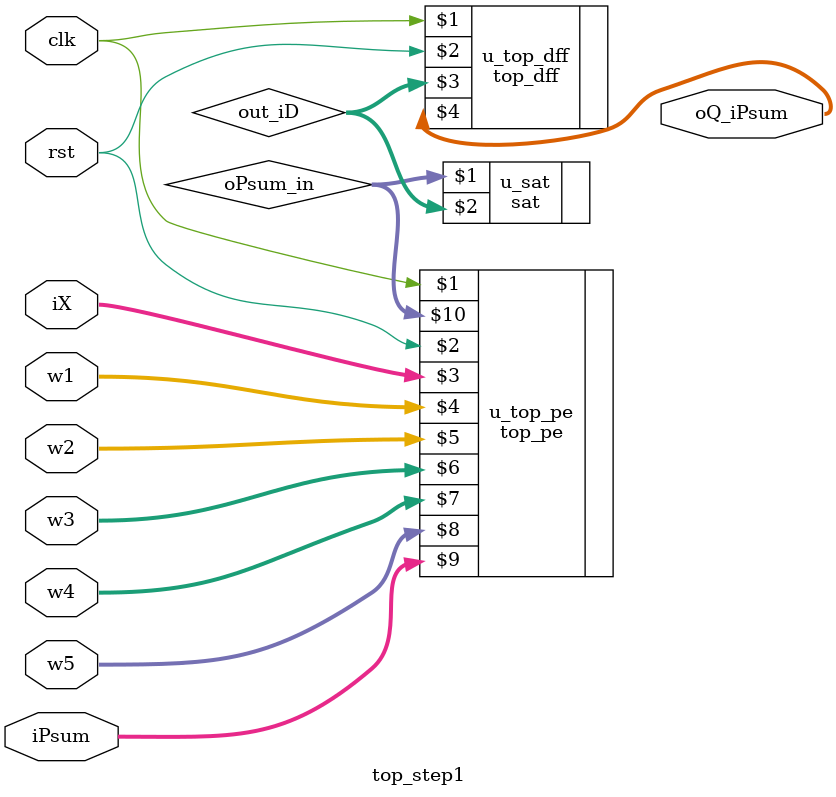
<source format=v>
module top_step1(
			input clk,rst,
			input signed [31:0] iX,w1,w2,w3,w4,w5,
			input signed [31:0] iPsum,
			output signed [31:0] oQ_iPsum
			);


wire signed [31:0] oPsum_in;
wire signed [31:0] out_iD;

top_pe		u_top_pe	(clk,rst,iX,w1,w2,w3,w4,w5,iPsum,oPsum_in);
sat			u_sat		(oPsum_in,out_iD);
top_dff		u_top_dff	(clk,rst,out_iD,oQ_iPsum);


endmodule

</source>
